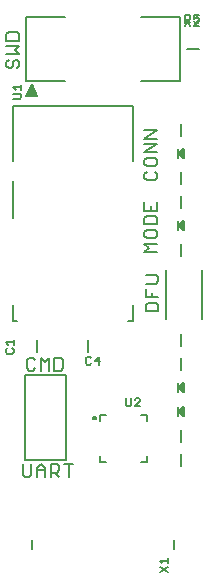
<source format=gbr>
G04 EAGLE Gerber RS-274X export*
G75*
%MOMM*%
%FSLAX34Y34*%
%LPD*%
%INSilkscreen Top*%
%IPPOS*%
%AMOC8*
5,1,8,0,0,1.08239X$1,22.5*%
G01*
%ADD10C,0.203200*%
%ADD11C,0.127000*%
%ADD12C,0.152400*%
%ADD13R,0.190500X0.889000*%

G36*
X33998Y381023D02*
X33998Y381023D01*
X34097Y381037D01*
X34108Y381043D01*
X34121Y381045D01*
X34207Y381096D01*
X34294Y381143D01*
X34303Y381153D01*
X34314Y381160D01*
X34377Y381237D01*
X34443Y381312D01*
X34447Y381324D01*
X34455Y381334D01*
X34487Y381428D01*
X34523Y381521D01*
X34523Y381534D01*
X34527Y381546D01*
X34524Y381645D01*
X34525Y381745D01*
X34521Y381759D01*
X34521Y381771D01*
X34503Y381814D01*
X34467Y381924D01*
X29467Y391924D01*
X29441Y391959D01*
X29422Y392000D01*
X29374Y392049D01*
X29333Y392103D01*
X29296Y392128D01*
X29264Y392159D01*
X29202Y392188D01*
X29145Y392225D01*
X29101Y392235D01*
X29061Y392254D01*
X28993Y392259D01*
X28926Y392274D01*
X28881Y392268D01*
X28837Y392271D01*
X28771Y392252D01*
X28703Y392243D01*
X28664Y392222D01*
X28621Y392210D01*
X28566Y392169D01*
X28506Y392137D01*
X28476Y392103D01*
X28440Y392077D01*
X28391Y392006D01*
X28357Y391968D01*
X28349Y391947D01*
X28333Y391924D01*
X23333Y381924D01*
X23305Y381828D01*
X23273Y381734D01*
X23273Y381721D01*
X23269Y381708D01*
X23276Y381609D01*
X23279Y381509D01*
X23284Y381498D01*
X23285Y381485D01*
X23326Y381394D01*
X23364Y381302D01*
X23372Y381292D01*
X23378Y381280D01*
X23448Y381209D01*
X23515Y381136D01*
X23527Y381130D01*
X23536Y381121D01*
X23626Y381079D01*
X23715Y381033D01*
X23729Y381031D01*
X23739Y381026D01*
X23786Y381023D01*
X23900Y381006D01*
X33900Y381006D01*
X33998Y381023D01*
G37*
G36*
X157502Y328172D02*
X157502Y328172D01*
X157519Y328170D01*
X157622Y328192D01*
X157727Y328210D01*
X157742Y328218D01*
X157760Y328222D01*
X157850Y328276D01*
X157944Y328326D01*
X157956Y328339D01*
X157971Y328348D01*
X158040Y328428D01*
X158112Y328505D01*
X158119Y328522D01*
X158131Y328535D01*
X158170Y328633D01*
X158214Y328729D01*
X158216Y328747D01*
X158223Y328763D01*
X158241Y328930D01*
X158241Y336550D01*
X158239Y336567D01*
X158240Y336582D01*
X158240Y336585D01*
X158219Y336689D01*
X158202Y336793D01*
X158193Y336808D01*
X158190Y336826D01*
X158136Y336917D01*
X158086Y337010D01*
X158074Y337022D01*
X158065Y337038D01*
X157985Y337107D01*
X157908Y337180D01*
X157892Y337187D01*
X157878Y337199D01*
X157781Y337239D01*
X157685Y337283D01*
X157667Y337285D01*
X157651Y337292D01*
X157545Y337299D01*
X157441Y337310D01*
X157423Y337306D01*
X157405Y337308D01*
X157303Y337280D01*
X157230Y337264D01*
X157227Y337264D01*
X157200Y337258D01*
X157185Y337249D01*
X157168Y337244D01*
X157023Y337159D01*
X151943Y333349D01*
X151940Y333346D01*
X151937Y333344D01*
X151855Y333257D01*
X151773Y333172D01*
X151771Y333168D01*
X151768Y333165D01*
X151718Y333056D01*
X151668Y332949D01*
X151668Y332945D01*
X151666Y332941D01*
X151653Y332823D01*
X151640Y332705D01*
X151640Y332701D01*
X151640Y332696D01*
X151666Y332580D01*
X151691Y332464D01*
X151693Y332460D01*
X151694Y332456D01*
X151755Y332354D01*
X151816Y332252D01*
X151819Y332249D01*
X151821Y332246D01*
X151943Y332131D01*
X157023Y328321D01*
X157039Y328313D01*
X157052Y328301D01*
X157148Y328256D01*
X157241Y328207D01*
X157259Y328204D01*
X157275Y328197D01*
X157380Y328185D01*
X157484Y328169D01*
X157502Y328172D01*
G37*
G36*
X157502Y267212D02*
X157502Y267212D01*
X157519Y267210D01*
X157622Y267232D01*
X157727Y267250D01*
X157742Y267258D01*
X157760Y267262D01*
X157850Y267316D01*
X157944Y267366D01*
X157956Y267379D01*
X157971Y267388D01*
X158040Y267468D01*
X158112Y267545D01*
X158119Y267562D01*
X158131Y267575D01*
X158170Y267673D01*
X158214Y267769D01*
X158216Y267787D01*
X158223Y267803D01*
X158241Y267970D01*
X158241Y275590D01*
X158239Y275607D01*
X158240Y275622D01*
X158240Y275625D01*
X158219Y275729D01*
X158202Y275833D01*
X158193Y275848D01*
X158190Y275866D01*
X158136Y275957D01*
X158086Y276050D01*
X158074Y276062D01*
X158065Y276078D01*
X157985Y276147D01*
X157908Y276220D01*
X157892Y276227D01*
X157878Y276239D01*
X157781Y276279D01*
X157685Y276323D01*
X157667Y276325D01*
X157651Y276332D01*
X157545Y276339D01*
X157441Y276350D01*
X157423Y276346D01*
X157405Y276348D01*
X157303Y276320D01*
X157230Y276304D01*
X157227Y276304D01*
X157200Y276298D01*
X157185Y276289D01*
X157168Y276284D01*
X157023Y276199D01*
X151943Y272389D01*
X151940Y272386D01*
X151937Y272384D01*
X151855Y272297D01*
X151773Y272212D01*
X151771Y272208D01*
X151768Y272205D01*
X151718Y272096D01*
X151668Y271989D01*
X151668Y271985D01*
X151666Y271981D01*
X151653Y271863D01*
X151640Y271745D01*
X151640Y271741D01*
X151640Y271736D01*
X151666Y271620D01*
X151691Y271504D01*
X151693Y271500D01*
X151694Y271496D01*
X151755Y271394D01*
X151816Y271292D01*
X151819Y271289D01*
X151821Y271286D01*
X151943Y271171D01*
X157023Y267361D01*
X157039Y267353D01*
X157052Y267341D01*
X157148Y267296D01*
X157241Y267247D01*
X157259Y267244D01*
X157275Y267237D01*
X157380Y267225D01*
X157484Y267209D01*
X157502Y267212D01*
G37*
G36*
X157502Y130052D02*
X157502Y130052D01*
X157519Y130050D01*
X157622Y130072D01*
X157727Y130090D01*
X157742Y130098D01*
X157760Y130102D01*
X157850Y130156D01*
X157944Y130206D01*
X157956Y130219D01*
X157971Y130228D01*
X158040Y130308D01*
X158112Y130385D01*
X158119Y130402D01*
X158131Y130415D01*
X158170Y130513D01*
X158214Y130609D01*
X158216Y130627D01*
X158223Y130643D01*
X158241Y130810D01*
X158241Y138430D01*
X158239Y138447D01*
X158240Y138462D01*
X158240Y138465D01*
X158219Y138569D01*
X158202Y138673D01*
X158193Y138688D01*
X158190Y138706D01*
X158136Y138797D01*
X158086Y138890D01*
X158074Y138902D01*
X158065Y138918D01*
X157985Y138987D01*
X157908Y139060D01*
X157892Y139067D01*
X157878Y139079D01*
X157781Y139119D01*
X157685Y139163D01*
X157667Y139165D01*
X157651Y139172D01*
X157545Y139179D01*
X157441Y139190D01*
X157423Y139186D01*
X157405Y139188D01*
X157303Y139160D01*
X157230Y139144D01*
X157227Y139144D01*
X157200Y139138D01*
X157185Y139129D01*
X157168Y139124D01*
X157023Y139039D01*
X151943Y135229D01*
X151940Y135226D01*
X151937Y135224D01*
X151855Y135137D01*
X151773Y135052D01*
X151771Y135048D01*
X151768Y135045D01*
X151718Y134936D01*
X151668Y134829D01*
X151668Y134825D01*
X151666Y134821D01*
X151653Y134703D01*
X151640Y134585D01*
X151640Y134581D01*
X151640Y134576D01*
X151666Y134460D01*
X151691Y134344D01*
X151693Y134340D01*
X151694Y134336D01*
X151755Y134234D01*
X151816Y134132D01*
X151819Y134129D01*
X151821Y134126D01*
X151943Y134011D01*
X157023Y130201D01*
X157039Y130193D01*
X157052Y130181D01*
X157148Y130136D01*
X157241Y130087D01*
X157259Y130084D01*
X157275Y130077D01*
X157380Y130065D01*
X157484Y130049D01*
X157502Y130052D01*
G37*
G36*
X157502Y109732D02*
X157502Y109732D01*
X157519Y109730D01*
X157622Y109752D01*
X157727Y109770D01*
X157742Y109778D01*
X157760Y109782D01*
X157850Y109836D01*
X157944Y109886D01*
X157956Y109899D01*
X157971Y109908D01*
X158040Y109988D01*
X158112Y110065D01*
X158119Y110082D01*
X158131Y110095D01*
X158170Y110193D01*
X158214Y110289D01*
X158216Y110307D01*
X158223Y110323D01*
X158241Y110490D01*
X158241Y118110D01*
X158239Y118127D01*
X158240Y118142D01*
X158240Y118145D01*
X158219Y118249D01*
X158202Y118353D01*
X158193Y118368D01*
X158190Y118386D01*
X158136Y118477D01*
X158086Y118570D01*
X158074Y118582D01*
X158065Y118598D01*
X157985Y118667D01*
X157908Y118740D01*
X157892Y118747D01*
X157878Y118759D01*
X157781Y118799D01*
X157685Y118843D01*
X157667Y118845D01*
X157651Y118852D01*
X157545Y118859D01*
X157441Y118870D01*
X157423Y118866D01*
X157405Y118868D01*
X157303Y118840D01*
X157230Y118824D01*
X157227Y118824D01*
X157200Y118818D01*
X157185Y118809D01*
X157168Y118804D01*
X157023Y118719D01*
X151943Y114909D01*
X151940Y114906D01*
X151937Y114904D01*
X151855Y114817D01*
X151773Y114732D01*
X151771Y114728D01*
X151768Y114725D01*
X151718Y114616D01*
X151668Y114509D01*
X151668Y114505D01*
X151666Y114501D01*
X151653Y114383D01*
X151640Y114265D01*
X151640Y114261D01*
X151640Y114256D01*
X151666Y114140D01*
X151691Y114024D01*
X151693Y114020D01*
X151694Y114016D01*
X151755Y113914D01*
X151816Y113812D01*
X151819Y113809D01*
X151821Y113806D01*
X151943Y113691D01*
X157023Y109881D01*
X157039Y109873D01*
X157052Y109861D01*
X157148Y109816D01*
X157241Y109767D01*
X157259Y109764D01*
X157275Y109757D01*
X157380Y109745D01*
X157484Y109729D01*
X157502Y109732D01*
G37*
D10*
X31741Y157996D02*
X29962Y159775D01*
X26403Y159775D01*
X24623Y157996D01*
X24623Y150878D01*
X26403Y149098D01*
X29962Y149098D01*
X31741Y150878D01*
X36317Y149098D02*
X36317Y159775D01*
X39876Y156216D01*
X43435Y159775D01*
X43435Y149098D01*
X48011Y149098D02*
X48011Y159775D01*
X48011Y149098D02*
X53350Y149098D01*
X55129Y150878D01*
X55129Y157996D01*
X53350Y159775D01*
X48011Y159775D01*
X21316Y69859D02*
X21316Y60962D01*
X23096Y59182D01*
X26655Y59182D01*
X28434Y60962D01*
X28434Y69859D01*
X33010Y66300D02*
X33010Y59182D01*
X33010Y66300D02*
X36569Y69859D01*
X40128Y66300D01*
X40128Y59182D01*
X40128Y64521D02*
X33010Y64521D01*
X44704Y69859D02*
X44704Y59182D01*
X44704Y69859D02*
X50043Y69859D01*
X51822Y68080D01*
X51822Y64521D01*
X50043Y62741D01*
X44704Y62741D01*
X48263Y62741D02*
X51822Y59182D01*
X59957Y59182D02*
X59957Y69859D01*
X56398Y69859D02*
X63516Y69859D01*
X125213Y199375D02*
X135890Y199375D01*
X135890Y204714D01*
X134111Y206493D01*
X126992Y206493D01*
X125213Y204714D01*
X125213Y199375D01*
X125213Y211069D02*
X135890Y211069D01*
X125213Y211069D02*
X125213Y218187D01*
X130551Y214628D02*
X130551Y211069D01*
X134111Y222763D02*
X125213Y222763D01*
X134111Y222763D02*
X135890Y224542D01*
X135890Y228102D01*
X134111Y229881D01*
X125213Y229881D01*
X124197Y315707D02*
X125976Y317486D01*
X124197Y315707D02*
X124197Y312148D01*
X125976Y310368D01*
X133095Y310368D01*
X134874Y312148D01*
X134874Y315707D01*
X133095Y317486D01*
X124197Y323842D02*
X124197Y327401D01*
X124197Y323842D02*
X125976Y322062D01*
X133095Y322062D01*
X134874Y323842D01*
X134874Y327401D01*
X133095Y329180D01*
X125976Y329180D01*
X124197Y327401D01*
X124197Y333756D02*
X134874Y333756D01*
X134874Y340874D02*
X124197Y333756D01*
X124197Y340874D02*
X134874Y340874D01*
X134874Y345450D02*
X124197Y345450D01*
X134874Y352568D01*
X124197Y352568D01*
X124197Y249408D02*
X134874Y249408D01*
X127756Y252967D02*
X124197Y249408D01*
X127756Y252967D02*
X124197Y256526D01*
X134874Y256526D01*
X124197Y262882D02*
X124197Y266441D01*
X124197Y262882D02*
X125976Y261102D01*
X133095Y261102D01*
X134874Y262882D01*
X134874Y266441D01*
X133095Y268220D01*
X125976Y268220D01*
X124197Y266441D01*
X124197Y272796D02*
X134874Y272796D01*
X134874Y278135D01*
X133095Y279914D01*
X125976Y279914D01*
X124197Y278135D01*
X124197Y272796D01*
X124197Y284490D02*
X124197Y291608D01*
X124197Y284490D02*
X134874Y284490D01*
X134874Y291608D01*
X129535Y288049D02*
X129535Y284490D01*
X7357Y410454D02*
X9136Y412233D01*
X7357Y410454D02*
X7357Y406895D01*
X9136Y405115D01*
X10916Y405115D01*
X12695Y406895D01*
X12695Y410454D01*
X14475Y412233D01*
X16255Y412233D01*
X18034Y410454D01*
X18034Y406895D01*
X16255Y405115D01*
X18034Y416809D02*
X7357Y416809D01*
X14475Y420368D02*
X18034Y416809D01*
X14475Y420368D02*
X18034Y423927D01*
X7357Y423927D01*
X7357Y428503D02*
X18034Y428503D01*
X18034Y433842D01*
X16255Y435621D01*
X9136Y435621D01*
X7357Y433842D01*
X7357Y428503D01*
D11*
X12500Y372940D02*
X12500Y326940D01*
X12500Y372940D02*
X114500Y372940D01*
X114500Y326940D01*
X12500Y309940D02*
X12500Y277940D01*
X12500Y204940D02*
X12500Y190940D01*
X16500Y190940D01*
X110500Y190940D02*
X114500Y190940D01*
X114500Y204940D01*
D12*
X18456Y379222D02*
X12948Y379222D01*
X18456Y379222D02*
X19558Y380324D01*
X19558Y382527D01*
X18456Y383628D01*
X12948Y383628D01*
X15152Y386706D02*
X12948Y388909D01*
X19558Y388909D01*
X19558Y386706D02*
X19558Y391113D01*
D10*
X33020Y175260D02*
X33020Y165100D01*
D12*
X7954Y167864D02*
X6852Y166763D01*
X6852Y164559D01*
X7954Y163458D01*
X12360Y163458D01*
X13462Y164559D01*
X13462Y166763D01*
X12360Y167864D01*
X9056Y170942D02*
X6852Y173145D01*
X13462Y173145D01*
X13462Y170942D02*
X13462Y175348D01*
D10*
X154940Y347980D02*
X154940Y358140D01*
D13*
X152583Y134620D03*
D10*
X154940Y149860D02*
X154940Y160020D01*
D13*
X152583Y114300D03*
D10*
X154940Y99060D02*
X154940Y88900D01*
D13*
X152583Y271780D03*
D10*
X154940Y287020D02*
X154940Y297180D01*
X148900Y5600D02*
X148900Y-2320D01*
X28900Y-2320D02*
X28900Y5600D01*
D12*
X137156Y-21526D02*
X143766Y-17120D01*
X143766Y-21526D02*
X137156Y-17120D01*
X139360Y-14042D02*
X137156Y-11839D01*
X143766Y-11839D01*
X143766Y-14042D02*
X143766Y-9636D01*
D10*
X154940Y68580D02*
X154940Y78740D01*
X76200Y165100D02*
X76200Y175260D01*
D12*
X77863Y160788D02*
X78964Y159686D01*
X77863Y160788D02*
X75659Y160788D01*
X74558Y159686D01*
X74558Y155280D01*
X75659Y154178D01*
X77863Y154178D01*
X78964Y155280D01*
X85347Y154178D02*
X85347Y160788D01*
X82042Y157483D01*
X86448Y157483D01*
D11*
X56900Y448640D02*
X23900Y448640D01*
X23900Y394640D01*
X56900Y394640D01*
X120900Y448640D02*
X153900Y448640D01*
X153900Y394640D01*
X120900Y394640D01*
D12*
X162784Y441198D02*
X158378Y447808D01*
X162784Y447808D02*
X158378Y441198D01*
X165862Y441198D02*
X170268Y441198D01*
X165862Y441198D02*
X170268Y445604D01*
X170268Y446706D01*
X169167Y447808D01*
X166964Y447808D01*
X165862Y446706D01*
D10*
X170180Y421640D02*
X160020Y421640D01*
D12*
X158378Y443738D02*
X158378Y450348D01*
X161683Y450348D01*
X162784Y449246D01*
X162784Y447043D01*
X161683Y445941D01*
X158378Y445941D01*
X160581Y445941D02*
X162784Y443738D01*
X165862Y450348D02*
X170268Y450348D01*
X165862Y450348D02*
X165862Y447043D01*
X168065Y448144D01*
X169167Y448144D01*
X170268Y447043D01*
X170268Y444840D01*
X169167Y443738D01*
X166964Y443738D01*
X165862Y444840D01*
D11*
X58140Y145220D02*
X58140Y73220D01*
X23140Y73220D01*
X23140Y145220D01*
X58140Y145220D01*
D10*
X154940Y170180D02*
X154940Y180340D01*
X91680Y111440D02*
X86680Y111440D01*
X86680Y106440D01*
X121680Y111440D02*
X126680Y111440D01*
X126680Y106440D01*
X91680Y71440D02*
X86680Y71440D01*
X86680Y76440D01*
X121680Y71440D02*
X126680Y71440D01*
X126680Y76440D01*
X80430Y108940D02*
X80432Y109010D01*
X80438Y109080D01*
X80448Y109149D01*
X80461Y109218D01*
X80479Y109286D01*
X80500Y109353D01*
X80525Y109418D01*
X80554Y109482D01*
X80586Y109545D01*
X80622Y109605D01*
X80661Y109663D01*
X80703Y109719D01*
X80748Y109773D01*
X80796Y109824D01*
X80847Y109872D01*
X80901Y109917D01*
X80957Y109959D01*
X81015Y109998D01*
X81075Y110034D01*
X81138Y110066D01*
X81202Y110095D01*
X81267Y110120D01*
X81334Y110141D01*
X81402Y110159D01*
X81471Y110172D01*
X81540Y110182D01*
X81610Y110188D01*
X81680Y110190D01*
X81750Y110188D01*
X81820Y110182D01*
X81889Y110172D01*
X81958Y110159D01*
X82026Y110141D01*
X82093Y110120D01*
X82158Y110095D01*
X82222Y110066D01*
X82285Y110034D01*
X82345Y109998D01*
X82403Y109959D01*
X82459Y109917D01*
X82513Y109872D01*
X82564Y109824D01*
X82612Y109773D01*
X82657Y109719D01*
X82699Y109663D01*
X82738Y109605D01*
X82774Y109545D01*
X82806Y109482D01*
X82835Y109418D01*
X82860Y109353D01*
X82881Y109286D01*
X82899Y109218D01*
X82912Y109149D01*
X82922Y109080D01*
X82928Y109010D01*
X82930Y108940D01*
X82928Y108870D01*
X82922Y108800D01*
X82912Y108731D01*
X82899Y108662D01*
X82881Y108594D01*
X82860Y108527D01*
X82835Y108462D01*
X82806Y108398D01*
X82774Y108335D01*
X82738Y108275D01*
X82699Y108217D01*
X82657Y108161D01*
X82612Y108107D01*
X82564Y108056D01*
X82513Y108008D01*
X82459Y107963D01*
X82403Y107921D01*
X82345Y107882D01*
X82285Y107846D01*
X82222Y107814D01*
X82158Y107785D01*
X82093Y107760D01*
X82026Y107739D01*
X81958Y107721D01*
X81889Y107708D01*
X81820Y107698D01*
X81750Y107692D01*
X81680Y107690D01*
X81610Y107692D01*
X81540Y107698D01*
X81471Y107708D01*
X81402Y107721D01*
X81334Y107739D01*
X81267Y107760D01*
X81202Y107785D01*
X81138Y107814D01*
X81075Y107846D01*
X81015Y107882D01*
X80957Y107921D01*
X80901Y107963D01*
X80847Y108008D01*
X80796Y108056D01*
X80748Y108107D01*
X80703Y108161D01*
X80661Y108217D01*
X80622Y108275D01*
X80586Y108335D01*
X80554Y108398D01*
X80525Y108462D01*
X80500Y108527D01*
X80479Y108594D01*
X80461Y108662D01*
X80448Y108731D01*
X80438Y108800D01*
X80432Y108870D01*
X80430Y108940D01*
D12*
X108712Y119974D02*
X108712Y125482D01*
X108712Y119974D02*
X109814Y118872D01*
X112017Y118872D01*
X113118Y119974D01*
X113118Y125482D01*
X116196Y118872D02*
X120603Y118872D01*
X120603Y123278D02*
X116196Y118872D01*
X120603Y123278D02*
X120603Y124380D01*
X119501Y125482D01*
X117298Y125482D01*
X116196Y124380D01*
D10*
X172734Y192360D02*
X172734Y234360D01*
X142226Y234360D02*
X142226Y192360D01*
X154940Y246380D02*
X154940Y256540D01*
D13*
X152583Y332740D03*
D10*
X154940Y317500D02*
X154940Y307340D01*
M02*

</source>
